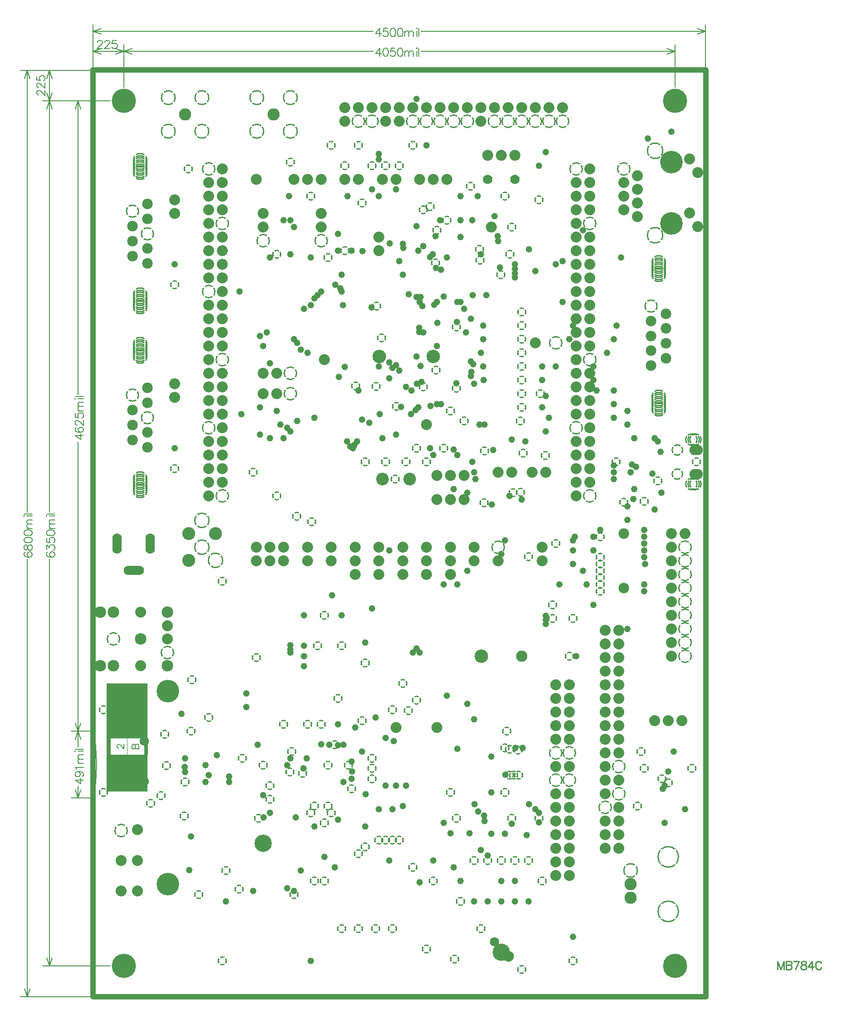
<source format=gbr>
%FSTAX23Y23*%
%MOIN*%
%SFA1B1*%

%IPPOS*%
%AMD118*
1,1,0.100000,0.000000,0.000000*
1,0,0.080000,0.000000,0.000000*
4,0,4,0.031800,0.038900,-0.038900,-0.031800,-0.031800,-0.038900,0.038900,0.031800,0.031800,0.038900,0.0*
4,0,4,-0.031800,0.038900,0.038900,-0.031800,0.031800,-0.038900,-0.038900,0.031800,-0.031800,0.038900,0.0*
%
%AMD122*
1,1,0.092677,0.000000,0.000000*
1,0,0.072677,0.000000,0.000000*
4,0,4,0.029200,0.036300,-0.036300,-0.029200,-0.029200,-0.036300,0.036300,0.029200,0.029200,0.036300,0.0*
4,0,4,-0.029200,0.036300,0.036300,-0.029200,0.029200,-0.036300,-0.036300,0.029200,-0.029200,0.036300,0.0*
%
%AMD123*
1,1,0.085591,0.000000,0.000000*
1,0,0.065591,0.000000,0.000000*
4,0,4,0.026700,0.033700,-0.033700,-0.026700,-0.026700,-0.033700,0.033700,0.026700,0.026700,0.033700,0.0*
4,0,4,-0.026700,0.033700,0.033700,-0.026700,0.026700,-0.033700,-0.033700,0.026700,-0.026700,0.033700,0.0*
%
%AMD124*
1,1,0.110000,0.000000,0.000000*
1,0,0.090000,0.000000,0.000000*
4,0,4,0.035400,0.042400,-0.042400,-0.035300,-0.035400,-0.042400,0.042400,0.035300,0.035400,0.042400,0.0*
4,0,4,-0.035300,0.042400,0.042400,-0.035400,0.035300,-0.042400,-0.042400,0.035400,-0.035300,0.042400,0.0*
%
%AMD126*
1,1,0.160000,0.000000,0.000000*
1,0,0.140000,0.000000,0.000000*
4,0,4,0.053000,0.060100,-0.060100,-0.053000,-0.053000,-0.060100,0.060100,0.053000,0.053000,0.060100,0.0*
4,0,4,-0.053000,0.060100,0.060100,-0.053000,0.053000,-0.060100,-0.060100,0.053000,-0.053000,0.060100,0.0*
%
%AMD127*
1,1,0.123000,0.000000,0.000000*
1,0,0.103000,0.000000,0.000000*
4,0,4,0.040000,0.047000,-0.047000,-0.039900,-0.040000,-0.047000,0.047000,0.039900,0.040000,0.047000,0.0*
4,0,4,-0.039900,0.047000,0.047000,-0.040000,0.039900,-0.047000,-0.047000,0.040000,-0.039900,0.047000,0.0*
%
%AMD133*
1,1,0.115118,0.000000,0.000000*
1,0,0.095118,0.000000,0.000000*
4,0,4,0.037100,0.044200,-0.044200,-0.037100,-0.037100,-0.044200,0.044200,0.037100,0.037100,0.044200,0.0*
4,0,4,-0.037100,0.044200,0.044200,-0.037100,0.037100,-0.044200,-0.044200,0.037100,-0.037100,0.044200,0.0*
%
%AMD138*
1,1,0.098000,0.000000,0.000000*
1,0,0.078000,0.000000,0.000000*
4,0,4,0.031100,0.038200,-0.038200,-0.031100,-0.031100,-0.038200,0.038200,0.031100,0.031100,0.038200,0.0*
4,0,4,-0.031100,0.038200,0.038200,-0.031100,0.031100,-0.038200,-0.038200,0.031100,-0.031100,0.038200,0.0*
%
%AMD139*
1,1,0.111181,0.000000,0.000000*
1,0,0.091181,0.000000,0.000000*
4,0,4,0.035700,0.042800,-0.042800,-0.035700,-0.035700,-0.042800,0.042800,0.035700,0.035700,0.042800,0.0*
4,0,4,-0.035700,0.042800,0.042800,-0.035700,0.035700,-0.042800,-0.042800,0.035700,-0.035700,0.042800,0.0*
%
%AMD140*
1,1,0.111181,0.000000,0.000000*
1,0,0.091181,0.000000,0.000000*
4,0,4,0.035700,0.042800,-0.042800,-0.035700,-0.035700,-0.042800,0.042800,0.035700,0.035700,0.042800,0.0*
4,0,4,-0.035700,0.042800,0.042800,-0.035700,0.035700,-0.042800,-0.042800,0.035700,-0.035700,0.042800,0.0*
%
%AMD146*
1,1,0.068000,0.000000,0.000000*
1,0,0.048000,0.000000,0.000000*
4,0,4,0.020500,0.027600,-0.027600,-0.020500,-0.020500,-0.027600,0.027600,0.020500,0.020500,0.027600,0.0*
4,0,4,-0.020500,0.027600,0.027600,-0.020500,0.020500,-0.027600,-0.027600,0.020500,-0.020500,0.027600,0.0*
%
%ADD73C,0.010000*%
%ADD75C,0.008000*%
%ADD79C,0.005000*%
%ADD81C,0.006000*%
%ADD91C,0.080000*%
%ADD113C,0.040000*%
%ADD114C,0.004000*%
%ADD115R,0.300000X0.400000*%
%ADD116R,0.025000X0.125000*%
%ADD117R,0.300000X0.270000*%
G04~CAMADD=118~12~0.0~0.0~0.0~0.0~0.0~0.0~0~1000.0~800.0~0.0~45.0~4~100.0~0.0~0.0~0.0~0~0.0~0.0~0.0~0.0~1000.0~1000.0*
%ADD118D118*%
%ADD119C,0.166000*%
%ADD120C,0.099000*%
%ADD121C,0.075000*%
G04~CAMADD=122~12~0.0~0.0~0.0~0.0~0.0~0.0~0~926.8~726.8~0.0~45.0~4~100.0~0.0~0.0~0.0~0~0.0~0.0~0.0~0.0~926.8~926.8*
%ADD122D122*%
G04~CAMADD=123~12~0.0~0.0~0.0~0.0~0.0~0.0~0~855.9~655.9~0.0~45.0~4~100.0~0.0~0.0~0.0~0~0.0~0.0~0.0~0.0~855.9~855.9*
%ADD123D123*%
G04~CAMADD=124~12~0.0~0.0~0.0~0.0~0.0~0.0~0~1100.0~900.0~0.0~45.0~4~100.0~0.0~0.0~0.0~0~0.0~0.0~0.0~0.0~1100.0~1100.0*
%ADD124D124*%
%ADD125C,0.090000*%
G04~CAMADD=126~12~0.0~0.0~0.0~0.0~0.0~0.0~0~1600.0~1400.0~0.0~45.0~4~100.0~0.0~0.0~0.0~0~0.0~0.0~0.0~0.0~1600.0~1600.0*
%ADD126D126*%
G04~CAMADD=127~12~0.0~0.0~0.0~0.0~0.0~0.0~0~1230.0~1030.0~0.0~45.0~4~100.0~0.0~0.0~0.0~0~0.0~0.0~0.0~0.0~1230.0~1230.0*
%ADD127D127*%
%ADD128C,0.166000*%
%ADD129C,0.085000*%
%ADD130C,0.127000*%
%ADD131C,0.093000*%
%ADD132C,0.070000*%
G04~CAMADD=133~12~0.0~0.0~0.0~0.0~0.0~0.0~0~1151.2~951.2~0.0~45.0~4~100.0~0.0~0.0~0.0~0~0.0~0.0~0.0~0.0~1151.2~1151.2*
%ADD133D133*%
%ADD134C,0.095000*%
%ADD135C,0.068000*%
%ADD136C,0.079000*%
%ADD137C,0.078000*%
G04~CAMADD=138~12~0.0~0.0~0.0~0.0~0.0~0.0~0~980.0~780.0~0.0~45.0~4~100.0~0.0~0.0~0.0~0~0.0~0.0~0.0~0.0~980.0~980.0*
%ADD138D138*%
G04~CAMADD=139~12~0.0~0.0~0.0~0.0~0.0~0.0~0~1111.8~911.8~0.0~45.0~4~100.0~0.0~0.0~0.0~0~0.0~0.0~0.0~0.0~1111.8~1111.8*
%ADD139D139*%
G04~CAMADD=140~12~0.0~0.0~0.0~0.0~0.0~0.0~0~1111.8~911.8~0.0~45.0~4~100.0~0.0~0.0~0.0~0~0.0~0.0~0.0~0.0~1111.8~1111.8*
%ADD140D140*%
%ADD141C,0.178000*%
%ADD142C,0.166000*%
%ADD143C,0.166000*%
%ADD144C,0.083000*%
%ADD145C,0.048000*%
G04~CAMADD=146~12~0.0~0.0~0.0~0.0~0.0~0.0~0~680.0~480.0~0.0~45.0~4~100.0~0.0~0.0~0.0~0~0.0~0.0~0.0~0.0~680.0~680.0*
%ADD146D146*%
%LNmb784b-1*%
%LPD*%
G54D73*
X0503Y0026D02*
Y002D01*
Y0026D02*
X05053Y002D01*
X05076Y0026D02*
X05053Y002D01*
X05076Y0026D02*
Y002D01*
X05093Y0026D02*
Y002D01*
Y0026D02*
X05119D01*
X05127Y00257*
X0513Y00254*
X05133Y00249*
Y00243*
X0513Y00237*
X05127Y00234*
X05119Y00231*
X05093D02*
X05119D01*
X05127Y00229*
X0513Y00226*
X05133Y0022*
Y00211*
X0513Y00206*
X05127Y00203*
X05119Y002*
X05093*
X05186Y0026D02*
X05158Y002D01*
X05146Y0026D02*
X05186D01*
X05214D02*
X05205Y00257D01*
X05203Y00251*
Y00246*
X05205Y0024*
X05211Y00237*
X05223Y00234*
X05231Y00231*
X05237Y00226*
X0524Y0022*
Y00211*
X05237Y00206*
X05234Y00203*
X05225Y002*
X05214*
X05205Y00203*
X05203Y00206*
X052Y00211*
Y0022*
X05203Y00226*
X05208Y00231*
X05217Y00234*
X05228Y00237*
X05234Y0024*
X05237Y00246*
Y00251*
X05234Y00257*
X05225Y0026*
X05214*
X05282D02*
X05253Y0022D01*
X05296*
X05282Y0026D02*
Y002D01*
X05349Y00246D02*
X05347Y00251D01*
X05341Y00257*
X05335Y0026*
X05324*
X05318Y00257*
X05312Y00251*
X05309Y00246*
X05307Y00237*
Y00223*
X05309Y00214*
X05312Y00209*
X05318Y00203*
X05324Y002*
X05335*
X05341Y00203*
X05347Y00209*
X05349Y00214*
X0503Y0026D02*
Y002D01*
Y0026D02*
X05053Y002D01*
X05076Y0026D02*
X05053Y002D01*
X05076Y0026D02*
Y002D01*
X05093Y0026D02*
Y002D01*
Y0026D02*
X05119D01*
X05127Y00257*
X0513Y00254*
X05133Y00249*
Y00243*
X0513Y00237*
X05127Y00234*
X05119Y00231*
X05093D02*
X05119D01*
X05127Y00229*
X0513Y00226*
X05133Y0022*
Y00211*
X0513Y00206*
X05127Y00203*
X05119Y002*
X05093*
X05186Y0026D02*
X05158Y002D01*
X05146Y0026D02*
X05186D01*
X05214D02*
X05205Y00257D01*
X05203Y00251*
Y00246*
X05205Y0024*
X05211Y00237*
X05223Y00234*
X05231Y00231*
X05237Y00226*
X0524Y0022*
Y00211*
X05237Y00206*
X05234Y00203*
X05225Y002*
X05214*
X05205Y00203*
X05203Y00206*
X052Y00211*
Y0022*
X05203Y00226*
X05208Y00231*
X05217Y00234*
X05228Y00237*
X05234Y0024*
X05237Y00246*
Y00251*
X05234Y00257*
X05225Y0026*
X05214*
X05282D02*
X05253Y0022D01*
X05296*
X05282Y0026D02*
Y002D01*
X05349Y00246D02*
X05347Y00251D01*
X05341Y00257*
X05335Y0026*
X05324*
X05318Y00257*
X05312Y00251*
X05309Y00246*
X05307Y00237*
Y00223*
X05309Y00214*
X05312Y00209*
X05318Y00203*
X05324Y002*
X05335*
X05341Y00203*
X05347Y00209*
X05349Y00214*
G54D75*
X00187Y01822D02*
X00185D01*
X0018Y01825*
X00177Y01827*
X00175Y01832*
Y01841*
X00177Y01846*
X0018Y01849*
X00185Y01851*
X00189*
X00194Y01849*
X00201Y01844*
X00225Y0182*
Y01853*
X00285Y0182D02*
X00335D01*
X00285D02*
Y01841D01*
X00287Y01849*
X0029Y01851*
X00295Y01853*
X00299*
X00304Y01851*
X00306Y01849*
X00309Y01841*
Y0182D02*
Y01841D01*
X00311Y01849*
X00314Y01851*
X00318Y01853*
X00325*
X0033Y01851*
X00333Y01849*
X00335Y01841*
Y0182*
G54D79*
X0Y01459D02*
D01*
X00014Y0154*
X00022Y01622*
X00025Y01704*
X00023Y01786*
X00014Y01868*
X0Y0195*
X04275Y06674D02*
Y0699D01*
X00225Y06674D02*
Y0699D01*
X02409Y0694D02*
X04275D01*
X00225D02*
X02059D01*
X04215Y0696D02*
X04275Y0694D01*
X04215Y0692D02*
X04275Y0694D01*
X00225D02*
X00285Y0692D01*
X00225Y0694D02*
X00285Y0696D01*
X00225Y06674D02*
Y0699D01*
X0Y06812D02*
Y0699D01*
X00112Y0694D02*
X00225D01*
X0D02*
X00112D01*
X00165Y0696D02*
X00225Y0694D01*
X00165Y0692D02*
X00225Y0694D01*
X0D02*
X0006Y0692D01*
X0Y0694D02*
X0006Y0696D01*
X045Y06812D02*
Y07135D01*
X0Y06812D02*
Y07135D01*
X02409Y07085D02*
X045D01*
X0D02*
X02059D01*
X0444Y07105D02*
X045Y07085D01*
X0444Y07065D02*
X045Y07085D01*
X0D02*
X0006Y07065D01*
X0Y07085D02*
X0006Y07105D01*
X-0016Y0195D02*
X-00013D01*
X-0016Y01459D02*
X-00013D01*
X-0011Y01832D02*
Y0195D01*
Y01459D02*
Y01545D01*
X-0013Y0189D02*
X-0011Y0195D01*
X-0009Y0189*
X-0011Y01459D02*
X-0009Y01519D01*
X-0013D02*
X-0011Y01459D01*
X-0016Y06575D02*
X00126D01*
X-0016Y0195D02*
X-00013D01*
X-0011Y0442D02*
Y06575D01*
Y0195D02*
Y04073D01*
X-0013Y06515D02*
X-0011Y06575D01*
X-0009Y06515*
X-0011Y0195D02*
X-0009Y0201D01*
X-0013D02*
X-0011Y0195D01*
X-0037Y00225D02*
X00126D01*
X-0037Y06575D02*
X00126D01*
X-0032Y00225D02*
Y03211D01*
Y03557D02*
Y06575D01*
Y00225D02*
X-003Y00285D01*
X-0034D02*
X-0032Y00225D01*
X-0034Y06515D02*
X-0032Y06575D01*
X-003Y06515*
X-0037Y068D02*
X-00013D01*
X-0037Y06575D02*
X00126D01*
X-0032Y06688D02*
Y068D01*
Y06575D02*
Y06688D01*
X-0034Y0674D02*
X-0032Y068D01*
X-003Y0674*
X-0032Y06575D02*
X-003Y06635D01*
X-0034D02*
X-0032Y06575D01*
X-00535Y068D02*
X-00013D01*
X-00535Y0D02*
X-00013D01*
X-00485Y03557D02*
Y068D01*
Y0D02*
Y03211D01*
X-00505Y0674D02*
X-00485Y068D01*
X-00465Y0674*
X-00485Y0D02*
X-00465Y0006D01*
X-00505D02*
X-00485Y0D01*
X0Y0195D02*
Y068D01*
X045Y0D02*
Y068D01*
X0Y0D02*
X045D01*
X0Y068D02*
X045D01*
X0Y0D02*
Y01459D01*
G54D81*
X02104Y06963D02*
X02075Y06923D01*
X02118*
X02104Y06963D02*
Y06903D01*
X02146Y06963D02*
X02137Y0696D01*
X02132Y06951*
X02129Y06937*
Y06928*
X02132Y06914*
X02137Y06905*
X02146Y06903*
X02152*
X0216Y06905*
X02166Y06914*
X02169Y06928*
Y06937*
X02166Y06951*
X0216Y0696*
X02152Y06963*
X02146*
X02216D02*
X02188D01*
X02185Y06937*
X02188Y0694*
X02196Y06943*
X02205*
X02214Y0694*
X02219Y06934*
X02222Y06925*
Y0692*
X02219Y06911*
X02214Y06905*
X02205Y06903*
X02196*
X02188Y06905*
X02185Y06908*
X02182Y06914*
X02253Y06963D02*
X02244Y0696D01*
X02238Y06951*
X02236Y06937*
Y06928*
X02238Y06914*
X02244Y06905*
X02253Y06903*
X02258*
X02267Y06905*
X02273Y06914*
X02276Y06928*
Y06937*
X02273Y06951*
X02267Y0696*
X02258Y06963*
X02253*
X02289Y06943D02*
Y06903D01*
Y06931D02*
X02298Y0694D01*
X02303Y06943*
X02312*
X02318Y0694*
X0232Y06931*
Y06903*
Y06931D02*
X02329Y0694D01*
X02335Y06943*
X02343*
X02349Y0694*
X02352Y06931*
Y06903*
X02376Y06963D02*
X02379Y0696D01*
X02382Y06963*
X02379Y06965*
X02376Y06963*
X02379Y06943D02*
Y06903D01*
X02393Y06963D02*
Y06903D01*
X00033Y07006D02*
Y07009D01*
X00036Y07014*
X00039Y07017*
X00044Y0702*
X00056*
X00061Y07017*
X00064Y07014*
X00067Y07009*
Y07003*
X00064Y06997*
X00059Y06989*
X0003Y0696*
X0007*
X00086Y07006D02*
Y07009D01*
X00089Y07014*
X00092Y07017*
X00098Y0702*
X00109*
X00115Y07017*
X00118Y07014*
X00121Y07009*
Y07003*
X00118Y06997*
X00112Y06989*
X00083Y0696*
X00123*
X00171Y0702D02*
X00143D01*
X0014Y06994*
X00143Y06997*
X00151Y07*
X0016*
X00168Y06997*
X00174Y06991*
X00177Y06983*
Y06977*
X00174Y06969*
X00168Y06963*
X0016Y0696*
X00151*
X00143Y06963*
X0014Y06966*
X00137Y06971*
X02104Y07108D02*
X02075Y07068D01*
X02118*
X02104Y07108D02*
Y07048D01*
X02163Y07108D02*
X02134D01*
X02132Y07082*
X02134Y07085*
X02143Y07088*
X02152*
X0216Y07085*
X02166Y07079*
X02169Y0707*
Y07065*
X02166Y07056*
X0216Y0705*
X02152Y07048*
X02143*
X02134Y0705*
X02132Y07053*
X02129Y07059*
X02199Y07108D02*
X02191Y07105D01*
X02185Y07096*
X02182Y07082*
Y07073*
X02185Y07059*
X02191Y0705*
X02199Y07048*
X02205*
X02214Y0705*
X02219Y07059*
X02222Y07073*
Y07082*
X02219Y07096*
X02214Y07105*
X02205Y07108*
X02199*
X02253D02*
X02244Y07105D01*
X02238Y07096*
X02236Y07082*
Y07073*
X02238Y07059*
X02244Y0705*
X02253Y07048*
X02258*
X02267Y0705*
X02273Y07059*
X02276Y07073*
Y07082*
X02273Y07096*
X02267Y07105*
X02258Y07108*
X02253*
X02289Y07088D02*
Y07048D01*
Y07076D02*
X02298Y07085D01*
X02303Y07088*
X02312*
X02318Y07085*
X0232Y07076*
Y07048*
Y07076D02*
X02329Y07085D01*
X02335Y07088*
X02343*
X02349Y07085*
X02352Y07076*
Y07048*
X02376Y07108D02*
X02379Y07105D01*
X02382Y07108*
X02379Y0711*
X02376Y07108*
X02379Y07088D02*
Y07048D01*
X02393Y07108D02*
Y07048D01*
X-00133Y0159D02*
X-00093Y01561D01*
Y01604*
X-00133Y0159D02*
X-00073D01*
X-00113Y01652D02*
X-00104Y01649D01*
X-00098Y01643*
X-00095Y01635*
Y01632*
X-00098Y01623*
X-00104Y01617*
X-00113Y01615*
X-00115*
X-00124Y01617*
X-0013Y01623*
X-00133Y01632*
Y01635*
X-0013Y01643*
X-00124Y01649*
X-00113Y01652*
X-00098*
X-00084Y01649*
X-00075Y01643*
X-00073Y01635*
Y01629*
X-00075Y0162*
X-00081Y01617*
X-00121Y01668D02*
X-00124Y01674D01*
X-00133Y01682*
X-00073*
X-00113Y01712D02*
X-00073D01*
X-00101D02*
X-0011Y01721D01*
X-00113Y01726*
Y01735*
X-0011Y01741*
X-00101Y01743*
X-00073*
X-00101D02*
X-0011Y01752D01*
X-00113Y01758*
Y01766*
X-0011Y01772*
X-00101Y01775*
X-00073*
X-00133Y01799D02*
X-0013Y01802D01*
X-00133Y01805*
X-00135Y01802*
X-00133Y01799*
X-00113Y01802D02*
X-00073D01*
X-00133Y01816D02*
X-00073D01*
X-00133Y04118D02*
X-00093Y04089D01*
Y04132*
X-00133Y04118D02*
X-00073D01*
X-00124Y04177D02*
X-0013Y04174D01*
X-00133Y04166*
Y0416*
X-0013Y04151*
X-00121Y04146*
X-00107Y04143*
X-00093*
X-00081Y04146*
X-00075Y04151*
X-00073Y0416*
Y04163*
X-00075Y04171*
X-00081Y04177*
X-0009Y0418*
X-00093*
X-00101Y04177*
X-00107Y04171*
X-0011Y04163*
Y0416*
X-00107Y04151*
X-00101Y04146*
X-00093Y04143*
X-00118Y04196D02*
X-00121D01*
X-00127Y04199*
X-0013Y04202*
X-00133Y04207*
Y04219*
X-0013Y04225*
X-00127Y04227*
X-00121Y0423*
X-00115*
X-0011Y04227*
X-00101Y04222*
X-00073Y04193*
Y04233*
X-00133Y04281D02*
Y04252D01*
X-00107Y04249*
X-0011Y04252*
X-00113Y04261*
Y04269*
X-0011Y04278*
X-00104Y04284*
X-00095Y04286*
X-0009*
X-00081Y04284*
X-00075Y04278*
X-00073Y04269*
Y04261*
X-00075Y04252*
X-00078Y04249*
X-00084Y04247*
X-00113Y043D02*
X-00073D01*
X-00101D02*
X-0011Y04308D01*
X-00113Y04314*
Y04323*
X-0011Y04328*
X-00101Y04331*
X-00073*
X-00101D02*
X-0011Y0434D01*
X-00113Y04346*
Y04354*
X-0011Y0436*
X-00101Y04363*
X-00073*
X-00133Y04387D02*
X-0013Y0439D01*
X-00133Y04393*
X-00135Y0439*
X-00133Y04387*
X-00113Y0439D02*
X-00073D01*
X-00133Y04404D02*
X-00073D01*
X-00334Y03261D02*
X-0034Y03258D01*
X-00343Y0325*
Y03244*
X-0034Y03235*
X-00331Y0323*
X-00317Y03227*
X-00303*
X-00291Y0323*
X-00285Y03235*
X-00283Y03244*
Y03247*
X-00285Y03255*
X-00291Y03261*
X-003Y03264*
X-00303*
X-00311Y03261*
X-00317Y03255*
X-0032Y03247*
Y03244*
X-00317Y03235*
X-00311Y0323*
X-00303Y03227*
X-00343Y03283D02*
Y03314D01*
X-0032Y03297*
Y03306*
X-00317Y03311*
X-00314Y03314*
X-00305Y03317*
X-003*
X-00291Y03314*
X-00285Y03309*
X-00283Y033*
Y03291*
X-00285Y03283*
X-00288Y0328*
X-00294Y03277*
X-00343Y03365D02*
Y03336D01*
X-00317Y03333*
X-0032Y03336*
X-00323Y03345*
Y03353*
X-0032Y03362*
X-00314Y03368*
X-00305Y03371*
X-003*
X-00291Y03368*
X-00285Y03362*
X-00283Y03353*
Y03345*
X-00285Y03336*
X-00288Y03333*
X-00294Y03331*
X-00343Y03401D02*
X-0034Y03393D01*
X-00331Y03387*
X-00317Y03384*
X-00308*
X-00294Y03387*
X-00285Y03393*
X-00283Y03401*
Y03407*
X-00285Y03415*
X-00294Y03421*
X-00308Y03424*
X-00317*
X-00331Y03421*
X-0034Y03415*
X-00343Y03407*
Y03401*
X-00323Y03437D02*
X-00283D01*
X-00311D02*
X-0032Y03446D01*
X-00323Y03452*
Y0346*
X-0032Y03466*
X-00311Y03469*
X-00283*
X-00311D02*
X-0032Y03477D01*
X-00323Y03483*
Y03492*
X-0032Y03497*
X-00311Y035*
X-00283*
X-00343Y03525D02*
X-0034Y03528D01*
X-00343Y03531*
X-00345Y03528*
X-00343Y03525*
X-00323Y03528D02*
X-00283D01*
X-00343Y03541D02*
X-00283D01*
X-00401Y06618D02*
X-00404D01*
X-00409Y06621*
X-00412Y06624*
X-00415Y06629*
Y06641*
X-00412Y06646*
X-00409Y06649*
X-00404Y06652*
X-00398*
X-00392Y06649*
X-00384Y06644*
X-00355Y06615*
Y06655*
X-00401Y06671D02*
X-00404D01*
X-00409Y06674*
X-00412Y06677*
X-00415Y06683*
Y06694*
X-00412Y067*
X-00409Y06703*
X-00404Y06706*
X-00398*
X-00392Y06703*
X-00384Y06697*
X-00355Y06668*
Y06708*
X-00415Y06756D02*
Y06728D01*
X-00389Y06725*
X-00392Y06728*
X-00395Y06736*
Y06745*
X-00392Y06753*
X-00386Y06759*
X-00378Y06762*
X-00372*
X-00364Y06759*
X-00358Y06753*
X-00355Y06745*
Y06736*
X-00358Y06728*
X-00361Y06725*
X-00366Y06722*
X-00499Y03261D02*
X-00505Y03258D01*
X-00508Y0325*
Y03244*
X-00505Y03235*
X-00496Y0323*
X-00482Y03227*
X-00468*
X-00456Y0323*
X-0045Y03235*
X-00448Y03244*
Y03247*
X-0045Y03255*
X-00456Y03261*
X-00465Y03264*
X-00468*
X-00476Y03261*
X-00482Y03255*
X-00485Y03247*
Y03244*
X-00482Y03235*
X-00476Y0323*
X-00468Y03227*
X-00508Y03291D02*
X-00505Y03283D01*
X-00499Y0328*
X-00493*
X-00488Y03283*
X-00485Y03289*
X-00482Y033*
X-00479Y03309*
X-00473Y03314*
X-00468Y03317*
X-00459*
X-00453Y03314*
X-0045Y03311*
X-00448Y03303*
Y03291*
X-0045Y03283*
X-00453Y0328*
X-00459Y03277*
X-00468*
X-00473Y0328*
X-00479Y03286*
X-00482Y03294*
X-00485Y03306*
X-00488Y03311*
X-00493Y03314*
X-00499*
X-00505Y03311*
X-00508Y03303*
Y03291*
Y03348D02*
X-00505Y03339D01*
X-00496Y03333*
X-00482Y03331*
X-00473*
X-00459Y03333*
X-0045Y03339*
X-00448Y03348*
Y03353*
X-0045Y03362*
X-00459Y03368*
X-00473Y03371*
X-00482*
X-00496Y03368*
X-00505Y03362*
X-00508Y03353*
Y03348*
Y03401D02*
X-00505Y03393D01*
X-00496Y03387*
X-00482Y03384*
X-00473*
X-00459Y03387*
X-0045Y03393*
X-00448Y03401*
Y03407*
X-0045Y03415*
X-00459Y03421*
X-00473Y03424*
X-00482*
X-00496Y03421*
X-00505Y03415*
X-00508Y03407*
Y03401*
X-00488Y03437D02*
X-00448D01*
X-00476D02*
X-00485Y03446D01*
X-00488Y03452*
Y0346*
X-00485Y03466*
X-00476Y03469*
X-00448*
X-00476D02*
X-00485Y03477D01*
X-00488Y03483*
Y03492*
X-00485Y03497*
X-00476Y035*
X-00448*
X-00508Y03525D02*
X-00505Y03528D01*
X-00508Y03531*
X-0051Y03528*
X-00508Y03525*
X-00488Y03528D02*
X-00448D01*
X-00508Y03541D02*
X-00448D01*
G54D91*
X03862Y02689D03*
X03762Y02589D03*
X03862D03*
X03762Y02489D03*
X03862D03*
X03762Y02389D03*
X03862D03*
X03762Y02289D03*
X03862D03*
X03762Y02189D03*
X03862D03*
X03762Y02089D03*
X03862D03*
X03762Y01989D03*
X03862D03*
X03762Y01889D03*
X03862D03*
X03762Y01789D03*
X03862D03*
X03762Y01689D03*
Y01589D03*
X03862D03*
X03762Y01489D03*
X03862Y01389D03*
X03762Y01289D03*
X03862D03*
X03762Y01189D03*
X03862D03*
X03762Y01089D03*
X03862D03*
X03762Y02689D03*
X0325Y048D03*
X02975Y0385D03*
X01575Y032D03*
X03075Y0385D03*
X01575Y033D03*
X0175Y032D03*
Y033D03*
X02275Y032D03*
Y031D03*
Y033D03*
X02725Y03825D03*
X02525Y01975D03*
X02225Y06D03*
X0355Y05975D03*
X0245Y06525D03*
X0095Y04975D03*
X01475Y06D03*
X0185Y06525D03*
X0205D03*
X0095Y04275D03*
Y05975D03*
X01575Y06D03*
X01675D03*
X02625Y03825D03*
X02525D03*
X039Y05775D03*
X04Y05825D03*
X039Y05975D03*
X04Y06025D03*
X04443Y05651D03*
X04383Y05751D03*
X04443Y06049D03*
X04383Y06149D03*
X04Y05925D03*
X039Y05875D03*
X04Y05725D03*
X0365Y03975D03*
X0355D03*
Y03875D03*
X0365D03*
X0355Y03775D03*
X0365D03*
Y04275D03*
Y04175D03*
Y04075D03*
X0355Y04275D03*
X0365Y04475D03*
X0355D03*
Y04375D03*
X0365D03*
X0355Y04075D03*
X0365Y04575D03*
X0355Y05475D03*
X0365Y05275D03*
X0355Y05875D03*
X0365D03*
X0355Y05275D03*
X0365Y05575D03*
Y05775D03*
X0355D03*
Y04575D03*
Y04675D03*
X0365Y04775D03*
X0355D03*
X0365Y05175D03*
X0355Y05075D03*
X0365Y05975D03*
Y05475D03*
Y05375D03*
X0355D03*
X0365Y06075D03*
X0355Y04875D03*
X017Y04675D03*
X021Y033D03*
X026Y06D03*
X0095Y06075D03*
X0085Y04075D03*
X0095Y03975D03*
Y04075D03*
X0085Y03975D03*
X0095Y04175D03*
X0085Y04275D03*
Y04375D03*
X0095D03*
X0085Y04475D03*
X0095D03*
X00544Y02723D03*
Y02625D03*
X00347Y02822D03*
Y02428D03*
X0085Y03675D03*
X0095Y03775D03*
Y03875D03*
X0085D03*
X0095Y04575D03*
X0085D03*
X0095Y05275D03*
X0085D03*
Y05375D03*
Y05475D03*
X0095Y05575D03*
X0085D03*
Y05675D03*
X0095Y05775D03*
X0085D03*
Y05875D03*
Y05975D03*
X0345Y06525D03*
X0185Y06425D03*
X0195Y06525D03*
X0215Y06425D03*
Y06525D03*
X0225Y06425D03*
Y06525D03*
X0235D03*
X0255D03*
X0265D03*
X0275D03*
X0285Y06425D03*
Y06525D03*
X0295D03*
X0305D03*
X0315D03*
X0325D03*
X0335D03*
X0435Y034D03*
X0425Y033D03*
Y032D03*
Y031D03*
Y03D03*
Y029D03*
Y028D03*
Y027D03*
Y026D03*
Y025D03*
Y034D03*
X02925Y0565D03*
X02975Y032D03*
X02625Y0365D03*
X03Y06175D03*
X029D03*
X031D03*
X021Y05575D03*
Y05475D03*
X00325Y00775D03*
X006Y0575D03*
Y0585D03*
Y044D03*
Y045D03*
X02125Y06D03*
X033Y033D03*
Y032D03*
X0125Y0575D03*
Y0565D03*
X01675Y0575D03*
Y0565D03*
X04325Y02025D03*
X04125D03*
X00205Y00775D03*
Y01D03*
X00325Y01225D03*
Y01D03*
X0365Y04875D03*
Y04975D03*
X0355D03*
X0365Y05075D03*
X0355Y05175D03*
Y05575D03*
Y05675D03*
X028Y033D03*
X0185Y06D03*
X0195D03*
X01925Y032D03*
Y031D03*
Y033D03*
X024Y06D03*
X025D03*
X0245Y042D03*
X04225Y02025D03*
X02725Y0365D03*
X028Y032D03*
X0135Y04425D03*
X0125D03*
X02525Y0365D03*
X012Y032D03*
X013D03*
Y033D03*
X012D03*
X014Y032D03*
Y033D03*
X021Y031D03*
Y032D03*
X0245D03*
Y031D03*
Y033D03*
X02625Y032D03*
Y031D03*
Y033D03*
X0095Y05875D03*
Y05475D03*
Y05375D03*
Y05175D03*
X0085Y05075D03*
X0095D03*
X0085Y04975D03*
Y04875D03*
X0095D03*
X0085Y04775D03*
X0095D03*
X0085Y04675D03*
X0125Y04575D03*
X0135D03*
X0355Y03675D03*
X0085Y03775D03*
X02225Y01975D03*
X03399Y01188D03*
Y00888D03*
X03499D03*
X03399Y01088D03*
X03499Y01188D03*
Y00988D03*
X03399D03*
X03499Y01088D03*
X03399Y02288D03*
X03499Y02188D03*
Y01288D03*
Y01388D03*
Y01488D03*
Y01688D03*
Y01888D03*
Y01988D03*
Y02088D03*
X03399Y01288D03*
Y01388D03*
Y01488D03*
Y01688D03*
Y01888D03*
Y02088D03*
X03499Y02288D03*
X03399Y01988D03*
Y02188D03*
X03325Y0385D03*
X03225D03*
X012Y06D03*
G54D113*
X-00002Y-00002D02*
Y06802D01*
X04503*
Y-00002D02*
Y06802D01*
X-00002Y-00002D02*
X04503D01*
G54D114*
X00375Y01525D02*
Y0165D01*
X00125Y01525D02*
Y0165D01*
X0025Y01525D02*
Y0165D01*
X00125Y02025D02*
X0025D01*
X00125Y019D02*
X0025D01*
X00125Y01775D02*
X00245D01*
X00125Y0165D02*
X0025D01*
Y0215*
X00125D02*
X0025D01*
X00125Y0165D02*
Y0215D01*
X0025Y0165D02*
X00375D01*
Y0215*
X0025D02*
X00375D01*
X0025Y02025D02*
X00375D01*
X0025Y019D02*
X00375D01*
X0025Y01775D02*
X00375D01*
X00245Y0165D02*
X0025D01*
G54D115*
X0025Y021D03*
G54D116*
X00112Y01837D03*
X00387D03*
G54D117*
X0025Y0164D03*
G54D118*
X03862Y01689D03*
Y01489D03*
X03762Y01389D03*
X034Y048D03*
X039Y06075D03*
X0085D03*
Y05175D03*
Y04175D03*
X0095Y05675D03*
Y04675D03*
Y03675D03*
X0355Y06075D03*
Y04175D03*
X0365Y05675D03*
Y04675D03*
Y03675D03*
X00544Y02527D03*
X0015Y02625D03*
X0195Y06425D03*
X0205D03*
X0235D03*
X0245D03*
X0255D03*
X0265D03*
X0275D03*
X0295D03*
X0305D03*
X0315D03*
X0325D03*
X0335D03*
X0345D03*
X0435Y033D03*
Y032D03*
Y031D03*
Y03D03*
Y029D03*
Y028D03*
Y027D03*
Y026D03*
Y025D03*
X00205Y0122D03*
X02975Y033D03*
X0125Y0555D03*
X01675D03*
X0145Y04425D03*
Y04575D03*
X03499Y01588D03*
Y01788D03*
X03399Y01588D03*
Y01788D03*
G54D119*
X0055Y02243D03*
Y00825D03*
G54D120*
X02497Y047D03*
X02103D03*
X02852Y02499D03*
G54D121*
X0443Y04013D03*
Y03837D03*
X04419Y04013D03*
Y03837D03*
X04441Y04013D03*
Y03837D03*
G54D122*
X04411Y04089D03*
Y03761D03*
Y04089D03*
Y03761D03*
X04425Y04089D03*
Y03761D03*
X04396Y04089D03*
Y03761D03*
G54D123*
X04292Y04013D03*
Y03837D03*
G54D124*
X0395Y00925D03*
X00345Y05122D03*
Y05137D03*
Y05062D03*
Y05092D03*
Y05107D03*
Y05152D03*
Y05077D03*
Y05107D03*
Y06108D03*
Y06123D03*
Y06048D03*
Y06078D03*
Y06093D03*
Y06138D03*
Y06063D03*
Y06093D03*
Y03772D03*
Y03787D03*
Y03712D03*
Y03742D03*
Y03757D03*
Y03802D03*
Y03727D03*
Y03757D03*
Y04758D03*
Y04773D03*
Y04698D03*
Y04728D03*
Y04743D03*
Y04788D03*
Y04713D03*
Y04743D03*
X04155Y04357D03*
Y04387D03*
Y04312D03*
Y04357D03*
Y04372D03*
Y04402D03*
Y04327D03*
Y04342D03*
Y05343D03*
Y05373D03*
Y05298D03*
Y05343D03*
Y05358D03*
Y05388D03*
Y05313D03*
Y05328D03*
G54D125*
X0395Y00725D03*
Y00825D03*
X01325Y06475D03*
X00675D03*
G54D126*
X04225Y00625D03*
Y01025D03*
G54D127*
X0413Y0559D03*
Y0621D03*
G54D128*
X0425Y05675D03*
Y06125D03*
G54D129*
X00544Y02822D03*
Y02428D03*
X0015Y02822D03*
X00052D03*
X0015Y02428D03*
X00052D03*
X00347Y02625D03*
G54D130*
X03Y00325D03*
X0125Y01125D03*
G54D131*
X02325Y038D03*
X02125D03*
G54D132*
X031Y06D03*
X029D03*
X00175Y03345D03*
Y03305D03*
Y03365D03*
Y03285D03*
X00419Y03345D03*
Y03305D03*
X00317Y03128D03*
X00277D03*
X00419Y03365D03*
Y03285D03*
Y03325D03*
X00175D03*
X00337Y03128D03*
X00257D03*
X00297D03*
G54D133*
X008Y033D03*
X00898Y03202D03*
X008Y03497D03*
G54D134*
X00702Y03202D03*
Y03398D03*
X00898D03*
G54D135*
X02947Y00403D03*
X00375Y01875D03*
Y01578D03*
G54D136*
X03053Y00297D03*
G54D137*
X004Y04141D03*
Y04468D03*
X0029Y04087D03*
X004Y04032D03*
Y04359D03*
X0029Y04305D03*
Y04196D03*
X039Y034D03*
Y03D03*
X0029Y05546D03*
Y05655D03*
X004Y05709D03*
Y05382D03*
X0029Y05437D03*
X004Y05818D03*
Y05491D03*
X0421Y04904D03*
Y04795D03*
X041Y0485D03*
Y04741D03*
X0421Y04686D03*
Y05013D03*
X041Y04632D03*
Y04959D03*
G54D138*
X0029Y04414D03*
X004Y0425D03*
Y056D03*
X0029Y05764D03*
X041Y05068D03*
G54D139*
X01448Y06598D03*
Y06352D03*
X01202D03*
X00798Y06598D03*
Y06352D03*
X00552D03*
G54D140*
X01202Y06598D03*
X00552D03*
G54D141*
X00225Y06575D03*
X04275D03*
Y00225D03*
X00225D03*
G54D142*
X0055Y00825D03*
G54D143*
X0055Y02243D03*
G54D144*
X03148Y025D03*
G54D145*
X035Y04825D03*
X03525Y04925D03*
X033Y04625D03*
X034D03*
X03Y0325D03*
X02937Y04013D03*
X01755Y02945D03*
X026Y0221D03*
X0235Y02525D03*
X02375Y02555D03*
X024Y02525D03*
X01825Y053D03*
X0225Y054D03*
X0228Y05495D03*
X02875Y042D03*
X03925Y035D03*
X0417Y04D03*
X0399Y0389D03*
X0395Y0385D03*
X0396Y03905D03*
X03825Y039D03*
X04175Y037D03*
X0411Y0384D03*
X03825Y0385D03*
X01675Y05175D03*
X0165Y0515D03*
X04125Y041D03*
X0415Y04075D03*
X037Y0445D03*
X03675Y04525D03*
X0225Y04595D03*
X02405Y0463D03*
X02412Y04512D03*
X0275Y0215D03*
X01225Y0485D03*
X02175Y03275D03*
X02276Y05526D03*
X01865Y04075D03*
X0189Y0404D03*
X0192Y0405D03*
X0191Y04025D03*
X0194Y04075D03*
X02027Y04212D03*
X0275Y037D03*
X0185Y04621D03*
X0281Y038D03*
X02838Y042D03*
X028Y02035D03*
X0315Y0365D03*
X0275Y03125D03*
X028Y0385D03*
X0355Y025D03*
X02675Y0182D03*
X0109Y04275D03*
X0205Y05925D03*
X02275Y053D03*
X02375Y0659D03*
X03775Y04725D03*
X01925Y01975D03*
X01825Y028D03*
X0125Y04775D03*
X02575Y03025D03*
X02675D03*
X016Y00262D03*
X03025Y0335D03*
X03525D03*
X0388Y05425D03*
X034Y05375D03*
X02505Y0508D03*
X0234Y0445D03*
X023Y04475D03*
X02175Y0454D03*
X022Y04615D03*
X02225Y04635D03*
X02175Y04655D03*
X0265Y03725D03*
X03925Y027D03*
X0405Y03425D03*
Y03375D03*
Y03275D03*
Y03325D03*
Y03225D03*
X03975Y041D03*
X03275Y061D03*
X0345Y051D03*
X02379Y045D03*
X02525Y051D03*
X0242Y0507D03*
X024Y051D03*
X02425Y04875D03*
X02395Y0488D03*
Y0491D03*
X02375Y047D03*
X027Y05575D03*
X021Y04625D03*
X03325Y02735D03*
Y02765D03*
Y02796D03*
X0221Y01875D03*
X02075Y0205D03*
X03925Y036D03*
Y043D03*
Y042D03*
X0215Y019D03*
X03425Y03025D03*
X03625D03*
X04055Y03175D03*
X03675Y03275D03*
X02335Y04275D03*
X02225Y04125D03*
X02125Y041D03*
X01625Y0425D03*
X015Y04225D03*
X0145Y0415D03*
X01425Y04175D03*
X014Y041D03*
X01375Y042D03*
X013Y041D03*
X0135Y043D03*
X01225Y04325D03*
Y04125D03*
X0237Y04305D03*
X0239Y04325D03*
X02555Y05335D03*
X02105Y04275D03*
X01815Y052D03*
X0239Y05475D03*
X02515Y05583D03*
X02375Y05655D03*
X01835Y05075D03*
X01825Y05175D03*
X027Y05875D03*
X01805Y0455D03*
X0178Y05225D03*
X0274Y04877D03*
X02865Y04925D03*
Y04825D03*
X02575Y0514D03*
X01075Y05175D03*
X013Y05425D03*
X0232Y05155D03*
X0255Y057D03*
X016Y05425D03*
X01475Y0565D03*
X018Y056D03*
X02785Y03925D03*
X0265Y04015D03*
X01275Y04875D03*
X013Y0465D03*
X01475Y04825D03*
X015Y048D03*
X01525Y0475D03*
X0155Y0505D03*
X01575Y04725D03*
X016Y05075D03*
X01625Y05125D03*
X01977Y05472D03*
X0121Y0185D03*
X02555Y0435D03*
X02525D03*
X0335Y0425D03*
X03325Y0415D03*
X02673Y04951D03*
X026Y05425D03*
X0195Y0445D03*
X02495Y0545D03*
X02425Y0551D03*
X02475Y0543D03*
X02261Y0433D03*
X02475Y04025D03*
X0267Y04503D03*
X02477Y04335D03*
X04125Y03575D03*
X03975Y03725D03*
X03967Y03653D03*
X02987Y05352D03*
X02975Y05544D03*
X02825Y05875D03*
X027Y057D03*
X0187Y05875D03*
X0144D03*
X0145Y0545D03*
X019Y05475D03*
X006Y05375D03*
Y04025D03*
X019Y016D03*
X01525Y00925D03*
X00672Y01687D03*
X0145Y0175D03*
X01425Y017D03*
X01838Y01577D03*
X01125Y02125D03*
X013Y0135D03*
X022Y01375D03*
X021D03*
X01837Y0185D03*
X018Y01845D03*
Y02D03*
X01735Y0185D03*
X01676Y01851D03*
X01544Y01675D03*
X0157Y01749D03*
X01975Y018D03*
X01901Y01651D03*
X019Y01725D03*
X042Y0155D03*
X04185Y01525D03*
X04265Y018D03*
X04224Y01651D03*
X0283Y0136D03*
X0325Y01375D03*
X02925Y01195D03*
X03025D03*
X03075Y0127D03*
X03185Y01185D03*
X02275Y014D03*
X02873Y0133D03*
X02875Y0129D03*
X03275Y0135D03*
Y0128D03*
X02625Y012D03*
X02Y0125D03*
X0215Y0155D03*
X02225D03*
X023D03*
X02925Y015D03*
X02803Y01413D03*
X03028Y01628D03*
X03203Y01413D03*
X03154Y01824D03*
X03102Y01827D03*
X02925Y01763D03*
X01Y01575D03*
X0125Y0148D03*
X03Y0085D03*
X029Y01035D03*
X0285Y01075D03*
X031Y0085D03*
X02765Y012D03*
X0265Y0095D03*
X03525Y00438D03*
X032Y007D03*
X031D03*
X03D03*
X029D03*
X028D03*
X027Y0085D03*
X025Y01D03*
X024Y0084D03*
X01425Y00795D03*
X01475Y00775D03*
X0149Y01315D03*
X018Y013D03*
X01625Y0125D03*
X017Y01025D03*
X01775Y0095D03*
X01253Y01317D03*
X00825Y017D03*
X00975Y007D03*
X01175Y00775D03*
X03525Y03175D03*
Y03275D03*
X03725Y03425D03*
X0354Y03375D03*
X03675D03*
Y02875D03*
X0306Y03675D03*
X03074Y0409D03*
X03175Y04075D03*
X02675Y03975D03*
X00825Y01575D03*
X0252Y0535D03*
X02Y026D03*
X0205Y0285D03*
X0155Y028D03*
Y02575D03*
X0425Y0635D03*
X02046Y05059D03*
X02775Y04975D03*
X02725Y0505D03*
X02888Y05148D03*
X0279Y0515D03*
X027Y051D03*
X02675D03*
X02405Y05135D03*
X02375D03*
X031Y05278D03*
Y05309D03*
Y05341D03*
Y05375D03*
X02785Y057D03*
X02947Y05728D03*
X02971Y05581D03*
X03203Y05485D03*
X0325Y05325D03*
X025Y03975D03*
X02178Y05528D03*
X021Y05875D03*
X02225Y05925D03*
X036Y03125D03*
X02575Y01275D03*
X033Y04525D03*
X03325Y062D03*
X0345Y054D03*
X0245Y0625D03*
X03825Y04825D03*
X03845Y04925D03*
X00675Y0175D03*
Y0165D03*
X014Y057D03*
X0145D03*
X0085Y01625D03*
X02003Y01485D03*
X03675Y04625D03*
X0405Y03025D03*
Y02975D03*
X0065Y02075D03*
X018Y05475D03*
X01975Y04235D03*
X02175Y01D03*
X0287Y04525D03*
X0285Y04725D03*
X02776Y04661D03*
X02791Y04641D03*
X02777Y04587D03*
X02865Y04625D03*
X02775Y04555D03*
X028Y045D03*
X03825Y038D03*
Y0425D03*
Y0435D03*
Y0445D03*
X02525Y04775D03*
X0253Y04945D03*
X0145Y02525D03*
X0155Y025D03*
Y02425D03*
X00907Y01773D03*
X01Y01615D03*
X04075Y063D03*
X01125Y02225D03*
X036Y05625D03*
X0435Y01375D03*
X00705Y0093D03*
X02928Y03612D03*
X0285Y0545D03*
X021Y06185D03*
Y06145D03*
X0145Y0255D03*
Y0258D03*
X0072Y01175D03*
X042Y01275D03*
X03325Y0441D03*
X033Y04325D03*
G54D146*
X01494Y03525D03*
X01606Y03485D03*
X01175Y0385D03*
X0135Y03675D03*
X00075Y02105D03*
X03841Y03925D03*
X04431D03*
X04148Y03787D03*
X03158Y03988D03*
X03725Y03025D03*
Y03075D03*
Y03125D03*
X032Y0323D03*
X0154Y0164D03*
X034Y03325D03*
X02Y03925D03*
X02625Y043D03*
X02995Y05298D03*
X0145Y06125D03*
X02475Y058D03*
X01975Y05825D03*
X0135Y0545D03*
X0215Y03925D03*
X0245D03*
X03322Y03972D03*
X02725Y04225D03*
X0267Y04917D03*
X03285Y04425D03*
X0193Y04483D03*
X02229Y04331D03*
X02425Y04475D03*
X023Y03925D03*
X02669Y04466D03*
X02575Y04025D03*
X02375D03*
X0315Y05025D03*
Y04925D03*
Y04825D03*
Y04725D03*
Y04425D03*
Y04625D03*
Y04525D03*
Y04325D03*
X0235Y0625D03*
X0225Y061D03*
X0215D03*
X0205D03*
X0195Y0625D03*
X0185Y061D03*
X0175Y0625D03*
X0405Y03635D03*
X039Y03628D03*
X02841Y05406D03*
X03062Y05448D03*
X0284Y05485D03*
X03025Y05875D03*
X02773Y05948D03*
X02425Y05775D03*
X026Y057D03*
X016Y05875D03*
X01725Y05425D03*
X0185Y05475D03*
X007Y06075D03*
X006Y05225D03*
Y03875D03*
X0195Y0105D03*
X01625Y0085D03*
X0085Y0205D03*
X00725Y02325D03*
X01725Y017D03*
X0146Y018D03*
X0095Y0305D03*
X01095Y0175D03*
X013Y0155D03*
Y0145D03*
X01775Y0185D03*
X01675Y02D03*
X01575D03*
X014D03*
X01445Y0165D03*
X01975Y02025D03*
X01875Y017D03*
X0205Y016D03*
Y0175D03*
Y01675D03*
X019Y01525D03*
X01725Y014D03*
X01625D03*
X04226Y01569D03*
X0418Y016D03*
X0405Y01675D03*
X04025Y018D03*
X02625Y015D03*
X03075Y0131D03*
X0267D03*
X02Y011D03*
X03275Y0131D03*
X03025Y015D03*
X03059Y01626D03*
X0309Y01625D03*
X03125D03*
X03122Y01808D03*
X03059Y01816D03*
X03026Y01825D03*
X00775Y0075D03*
X03525Y00262D03*
X028Y01D03*
X029D03*
X03D03*
X031D03*
X032D03*
X033Y0085D03*
X027Y007D03*
X025Y0085D03*
X022Y005D03*
X02075D03*
X0195D03*
X01825D03*
X0095Y00262D03*
X02655Y00275D03*
X0245Y0035D03*
X01475Y0075D03*
X017Y0085D03*
X0225Y0115D03*
X022D03*
X0215D03*
X021D03*
X017Y01275D03*
X01215Y0131D03*
X0175Y0135D03*
X016D03*
X005Y01475D03*
X01072Y0079D03*
X00975Y00925D03*
X03525Y02775D03*
X03375D03*
Y02875D03*
X03725Y03375D03*
Y03225D03*
Y03175D03*
Y02975D03*
X03085Y037D03*
X02872Y03625D03*
X03137Y03702D03*
X03138Y04227D03*
X02875Y04004D03*
X00675Y01575D03*
X02515Y05386D03*
X04Y014D03*
X0125Y017D03*
X012Y0249D03*
X02Y0245D03*
X0165Y02575D03*
X01825D03*
X017Y028D03*
X02275Y023D03*
X02083Y0507D03*
X03075Y0565D03*
X03275Y0585D03*
X02525Y05625D03*
X035Y025D03*
X0235Y0095D03*
X0285Y005D03*
X0315Y002D03*
X044Y01675D03*
X00422Y01418D03*
X00075Y015D03*
X00525Y01925D03*
X0054Y01695D03*
X0072Y0195D03*
X0067Y01325D03*
X022Y02105D03*
X02315Y021D03*
X018Y0219D03*
X02375Y02175D03*
X0304Y0195D03*
X0222Y038D03*
X0212Y04835D03*
X0208Y0448D03*
X0252Y046D03*
M02*
</source>
